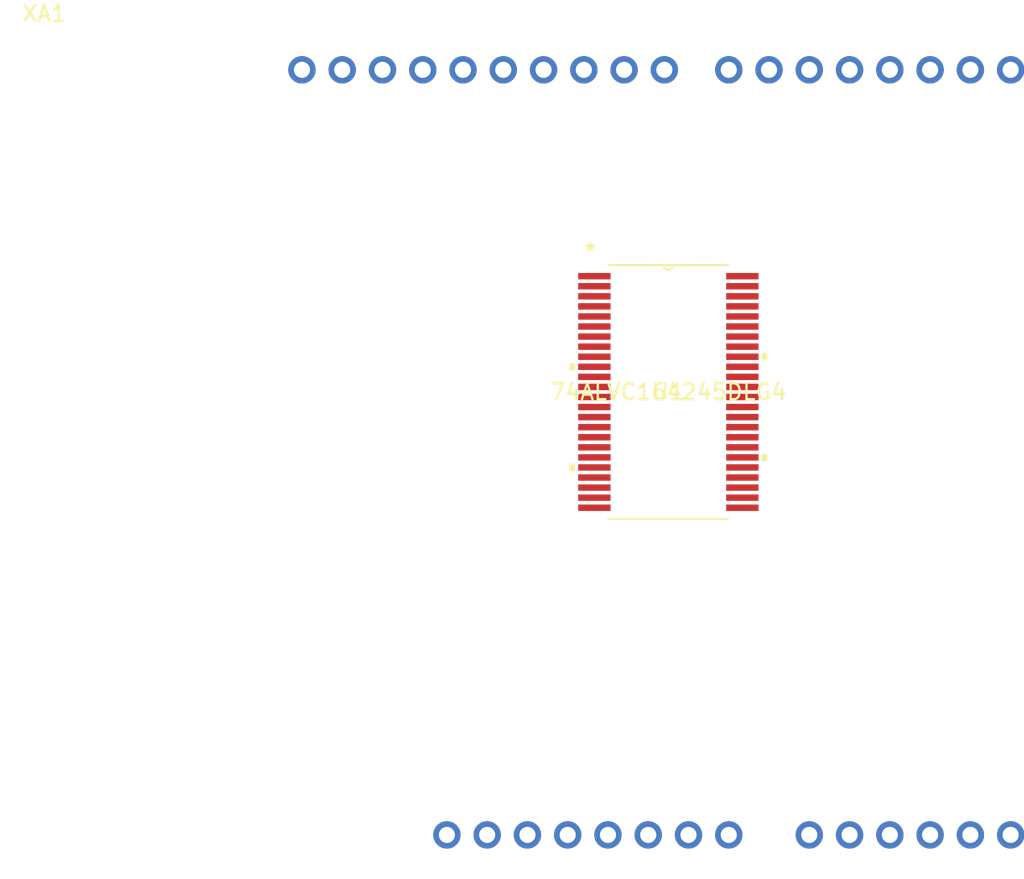
<source format=kicad_pcb>
(kicad_pcb (version 20171130) (host pcbnew 5.1.10)

  (general
    (thickness 1.6)
    (drawings 0)
    (tracks 0)
    (zones 0)
    (modules 2)
    (nets 65)
  )

  (page A4)
  (layers
    (0 F.Cu signal)
    (31 B.Cu signal)
    (32 B.Adhes user)
    (33 F.Adhes user)
    (34 B.Paste user)
    (35 F.Paste user)
    (36 B.SilkS user)
    (37 F.SilkS user)
    (38 B.Mask user)
    (39 F.Mask user)
    (40 Dwgs.User user)
    (41 Cmts.User user)
    (42 Eco1.User user)
    (43 Eco2.User user)
    (44 Edge.Cuts user)
    (45 Margin user)
    (46 B.CrtYd user)
    (47 F.CrtYd user)
    (48 B.Fab user)
    (49 F.Fab user)
  )

  (setup
    (last_trace_width 0.25)
    (trace_clearance 0.2)
    (zone_clearance 0.508)
    (zone_45_only no)
    (trace_min 0.2)
    (via_size 0.8)
    (via_drill 0.4)
    (via_min_size 0.4)
    (via_min_drill 0.3)
    (uvia_size 0.3)
    (uvia_drill 0.1)
    (uvias_allowed no)
    (uvia_min_size 0.2)
    (uvia_min_drill 0.1)
    (edge_width 0.05)
    (segment_width 0.2)
    (pcb_text_width 0.3)
    (pcb_text_size 1.5 1.5)
    (mod_edge_width 0.12)
    (mod_text_size 1 1)
    (mod_text_width 0.15)
    (pad_size 1.524 1.524)
    (pad_drill 0.762)
    (pad_to_mask_clearance 0)
    (aux_axis_origin 0 0)
    (visible_elements FFFFFF7F)
    (pcbplotparams
      (layerselection 0x010fc_ffffffff)
      (usegerberextensions false)
      (usegerberattributes true)
      (usegerberadvancedattributes true)
      (creategerberjobfile true)
      (excludeedgelayer true)
      (linewidth 0.100000)
      (plotframeref false)
      (viasonmask false)
      (mode 1)
      (useauxorigin false)
      (hpglpennumber 1)
      (hpglpenspeed 20)
      (hpglpendiameter 15.000000)
      (psnegative false)
      (psa4output false)
      (plotreference true)
      (plotvalue true)
      (plotinvisibletext false)
      (padsonsilk false)
      (subtractmaskfromsilk false)
      (outputformat 1)
      (mirror false)
      (drillshape 1)
      (scaleselection 1)
      (outputdirectory ""))
  )

  (net 0 "")
  (net 1 "Net-(U1-Pad1)")
  (net 2 "Net-(U1-Pad2)")
  (net 3 "Net-(U1-Pad3)")
  (net 4 "Net-(U1-Pad4)")
  (net 5 "Net-(U1-Pad5)")
  (net 6 "Net-(U1-Pad6)")
  (net 7 "Net-(U1-Pad7)")
  (net 8 "Net-(U1-Pad8)")
  (net 9 "Net-(U1-Pad9)")
  (net 10 "Net-(U1-Pad11)")
  (net 11 "Net-(U1-Pad12)")
  (net 12 "Net-(U1-Pad13)")
  (net 13 "Net-(U1-Pad14)")
  (net 14 "Net-(U1-Pad16)")
  (net 15 "Net-(U1-Pad17)")
  (net 16 "Net-(U1-Pad18)")
  (net 17 "Net-(U1-Pad19)")
  (net 18 "Net-(U1-Pad20)")
  (net 19 "Net-(U1-Pad22)")
  (net 20 "Net-(U1-Pad23)")
  (net 21 "Net-(U1-Pad24)")
  (net 22 "Net-(U1-Pad48)")
  (net 23 "Net-(XA1-PadVIN)")
  (net 24 "Net-(XA1-Pad5V1)")
  (net 25 "Net-(XA1-Pad3V3)")
  (net 26 "Net-(XA1-PadRST1)")
  (net 27 "Net-(XA1-PadIORF)")
  (net 28 "Net-(XA1-PadD0)")
  (net 29 "Net-(XA1-PadD1)")
  (net 30 "Net-(XA1-PadD2)")
  (net 31 "Net-(XA1-PadD3)")
  (net 32 "Net-(XA1-PadD4)")
  (net 33 "Net-(XA1-PadD5)")
  (net 34 "Net-(XA1-PadD6)")
  (net 35 "Net-(XA1-PadD7)")
  (net 36 "Net-(XA1-PadD8)")
  (net 37 "Net-(XA1-PadD9)")
  (net 38 "Net-(XA1-PadD10)")
  (net 39 "Net-(XA1-PadSCL)")
  (net 40 "Net-(XA1-PadSDA)")
  (net 41 "Net-(XA1-PadAREF)")
  (net 42 "Net-(XA1-PadD13)")
  (net 43 "Net-(XA1-PadD12)")
  (net 44 "Net-(XA1-PadD11)")
  (net 45 /A5)
  (net 46 /A4)
  (net 47 /A0)
  (net 48 /A1)
  (net 49 /A2)
  (net 50 /A3)
  (net 51 GND)
  (net 52 /D12)
  (net 53 /D11)
  (net 54 /D10)
  (net 55 /D9)
  (net 56 /D8)
  (net 57 /VCC_33)
  (net 58 /D7)
  (net 59 /D6)
  (net 60 /D5)
  (net 61 /D4)
  (net 62 /D3)
  (net 63 /D2)
  (net 64 /A6)

  (net_class Default "This is the default net class."
    (clearance 0.2)
    (trace_width 0.25)
    (via_dia 0.8)
    (via_drill 0.4)
    (uvia_dia 0.3)
    (uvia_drill 0.1)
    (add_net /A0)
    (add_net /A1)
    (add_net /A2)
    (add_net /A3)
    (add_net /A4)
    (add_net /A5)
    (add_net /A6)
    (add_net /D10)
    (add_net /D11)
    (add_net /D12)
    (add_net /D2)
    (add_net /D3)
    (add_net /D4)
    (add_net /D5)
    (add_net /D6)
    (add_net /D7)
    (add_net /D8)
    (add_net /D9)
    (add_net /VCC_33)
    (add_net GND)
    (add_net "Net-(U1-Pad1)")
    (add_net "Net-(U1-Pad11)")
    (add_net "Net-(U1-Pad12)")
    (add_net "Net-(U1-Pad13)")
    (add_net "Net-(U1-Pad14)")
    (add_net "Net-(U1-Pad16)")
    (add_net "Net-(U1-Pad17)")
    (add_net "Net-(U1-Pad18)")
    (add_net "Net-(U1-Pad19)")
    (add_net "Net-(U1-Pad2)")
    (add_net "Net-(U1-Pad20)")
    (add_net "Net-(U1-Pad22)")
    (add_net "Net-(U1-Pad23)")
    (add_net "Net-(U1-Pad24)")
    (add_net "Net-(U1-Pad3)")
    (add_net "Net-(U1-Pad4)")
    (add_net "Net-(U1-Pad48)")
    (add_net "Net-(U1-Pad5)")
    (add_net "Net-(U1-Pad6)")
    (add_net "Net-(U1-Pad7)")
    (add_net "Net-(U1-Pad8)")
    (add_net "Net-(U1-Pad9)")
    (add_net "Net-(XA1-Pad3V3)")
    (add_net "Net-(XA1-Pad5V1)")
    (add_net "Net-(XA1-PadAREF)")
    (add_net "Net-(XA1-PadD0)")
    (add_net "Net-(XA1-PadD1)")
    (add_net "Net-(XA1-PadD10)")
    (add_net "Net-(XA1-PadD11)")
    (add_net "Net-(XA1-PadD12)")
    (add_net "Net-(XA1-PadD13)")
    (add_net "Net-(XA1-PadD2)")
    (add_net "Net-(XA1-PadD3)")
    (add_net "Net-(XA1-PadD4)")
    (add_net "Net-(XA1-PadD5)")
    (add_net "Net-(XA1-PadD6)")
    (add_net "Net-(XA1-PadD7)")
    (add_net "Net-(XA1-PadD8)")
    (add_net "Net-(XA1-PadD9)")
    (add_net "Net-(XA1-PadIORF)")
    (add_net "Net-(XA1-PadRST1)")
    (add_net "Net-(XA1-PadSCL)")
    (add_net "Net-(XA1-PadSDA)")
    (add_net "Net-(XA1-PadVIN)")
  )

  (module footprints:74ALVC164245DLG4 (layer F.Cu) (tedit 0) (tstamp 61281704)
    (at 125.73 -152.4)
    (path /61275A01)
    (fp_text reference U1 (at 0 0) (layer F.SilkS)
      (effects (font (size 1 1) (thickness 0.15)))
    )
    (fp_text value 74ALVC164245DLG4 (at 0 0) (layer F.SilkS)
      (effects (font (size 1 1) (thickness 0.15)))
    )
    (fp_line (start -3.7973 -7.1247) (end -3.7973 -7.4803) (layer F.Fab) (width 0.1))
    (fp_line (start -3.7973 -7.4803) (end -5.334 -7.4803) (layer F.Fab) (width 0.1))
    (fp_line (start -5.334 -7.4803) (end -5.334 -7.1247) (layer F.Fab) (width 0.1))
    (fp_line (start -5.334 -7.1247) (end -3.7973 -7.1247) (layer F.Fab) (width 0.1))
    (fp_line (start -3.7973 -6.4897) (end -3.7973 -6.8453) (layer F.Fab) (width 0.1))
    (fp_line (start -3.7973 -6.8453) (end -5.334 -6.8453) (layer F.Fab) (width 0.1))
    (fp_line (start -5.334 -6.8453) (end -5.334 -6.4897) (layer F.Fab) (width 0.1))
    (fp_line (start -5.334 -6.4897) (end -3.7973 -6.4897) (layer F.Fab) (width 0.1))
    (fp_line (start -3.7973 -5.8547) (end -3.7973 -6.2103) (layer F.Fab) (width 0.1))
    (fp_line (start -3.7973 -6.2103) (end -5.334 -6.2103) (layer F.Fab) (width 0.1))
    (fp_line (start -5.334 -6.2103) (end -5.334 -5.8547) (layer F.Fab) (width 0.1))
    (fp_line (start -5.334 -5.8547) (end -3.7973 -5.8547) (layer F.Fab) (width 0.1))
    (fp_line (start -3.7973 -5.2197) (end -3.7973 -5.5753) (layer F.Fab) (width 0.1))
    (fp_line (start -3.7973 -5.5753) (end -5.334 -5.5753) (layer F.Fab) (width 0.1))
    (fp_line (start -5.334 -5.5753) (end -5.334 -5.2197) (layer F.Fab) (width 0.1))
    (fp_line (start -5.334 -5.2197) (end -3.7973 -5.2197) (layer F.Fab) (width 0.1))
    (fp_line (start -3.7973 -4.5847) (end -3.7973 -4.9403) (layer F.Fab) (width 0.1))
    (fp_line (start -3.7973 -4.9403) (end -5.334 -4.9403) (layer F.Fab) (width 0.1))
    (fp_line (start -5.334 -4.9403) (end -5.334 -4.5847) (layer F.Fab) (width 0.1))
    (fp_line (start -5.334 -4.5847) (end -3.7973 -4.5847) (layer F.Fab) (width 0.1))
    (fp_line (start -3.7973 -3.9497) (end -3.7973 -4.3053) (layer F.Fab) (width 0.1))
    (fp_line (start -3.7973 -4.3053) (end -5.334 -4.3053) (layer F.Fab) (width 0.1))
    (fp_line (start -5.334 -4.3053) (end -5.334 -3.9497) (layer F.Fab) (width 0.1))
    (fp_line (start -5.334 -3.9497) (end -3.7973 -3.9497) (layer F.Fab) (width 0.1))
    (fp_line (start -3.7973 -3.3147) (end -3.7973 -3.6703) (layer F.Fab) (width 0.1))
    (fp_line (start -3.7973 -3.6703) (end -5.334 -3.6703) (layer F.Fab) (width 0.1))
    (fp_line (start -5.334 -3.6703) (end -5.334 -3.3147) (layer F.Fab) (width 0.1))
    (fp_line (start -5.334 -3.3147) (end -3.7973 -3.3147) (layer F.Fab) (width 0.1))
    (fp_line (start -3.7973 -2.6797) (end -3.7973 -3.0353) (layer F.Fab) (width 0.1))
    (fp_line (start -3.7973 -3.0353) (end -5.334 -3.0353) (layer F.Fab) (width 0.1))
    (fp_line (start -5.334 -3.0353) (end -5.334 -2.6797) (layer F.Fab) (width 0.1))
    (fp_line (start -5.334 -2.6797) (end -3.7973 -2.6797) (layer F.Fab) (width 0.1))
    (fp_line (start -3.7973 -2.0447) (end -3.7973 -2.4003) (layer F.Fab) (width 0.1))
    (fp_line (start -3.7973 -2.4003) (end -5.334 -2.4003) (layer F.Fab) (width 0.1))
    (fp_line (start -5.334 -2.4003) (end -5.334 -2.0447) (layer F.Fab) (width 0.1))
    (fp_line (start -5.334 -2.0447) (end -3.7973 -2.0447) (layer F.Fab) (width 0.1))
    (fp_line (start -3.7973 -1.4097) (end -3.7973 -1.7653) (layer F.Fab) (width 0.1))
    (fp_line (start -3.7973 -1.7653) (end -5.334 -1.7653) (layer F.Fab) (width 0.1))
    (fp_line (start -5.334 -1.7653) (end -5.334 -1.4097) (layer F.Fab) (width 0.1))
    (fp_line (start -5.334 -1.4097) (end -3.7973 -1.4097) (layer F.Fab) (width 0.1))
    (fp_line (start -3.7973 -0.7747) (end -3.7973 -1.1303) (layer F.Fab) (width 0.1))
    (fp_line (start -3.7973 -1.1303) (end -5.334 -1.1303) (layer F.Fab) (width 0.1))
    (fp_line (start -5.334 -1.1303) (end -5.334 -0.7747) (layer F.Fab) (width 0.1))
    (fp_line (start -5.334 -0.7747) (end -3.7973 -0.7747) (layer F.Fab) (width 0.1))
    (fp_line (start -3.7973 -0.1397) (end -3.7973 -0.4953) (layer F.Fab) (width 0.1))
    (fp_line (start -3.7973 -0.4953) (end -5.334 -0.4953) (layer F.Fab) (width 0.1))
    (fp_line (start -5.334 -0.4953) (end -5.334 -0.1397) (layer F.Fab) (width 0.1))
    (fp_line (start -5.334 -0.1397) (end -3.7973 -0.1397) (layer F.Fab) (width 0.1))
    (fp_line (start -3.7973 0.4953) (end -3.7973 0.1397) (layer F.Fab) (width 0.1))
    (fp_line (start -3.7973 0.1397) (end -5.334 0.1397) (layer F.Fab) (width 0.1))
    (fp_line (start -5.334 0.1397) (end -5.334 0.4953) (layer F.Fab) (width 0.1))
    (fp_line (start -5.334 0.4953) (end -3.7973 0.4953) (layer F.Fab) (width 0.1))
    (fp_line (start -3.7973 1.1303) (end -3.7973 0.7747) (layer F.Fab) (width 0.1))
    (fp_line (start -3.7973 0.7747) (end -5.334 0.7747) (layer F.Fab) (width 0.1))
    (fp_line (start -5.334 0.7747) (end -5.334 1.1303) (layer F.Fab) (width 0.1))
    (fp_line (start -5.334 1.1303) (end -3.7973 1.1303) (layer F.Fab) (width 0.1))
    (fp_line (start -3.7973 1.7653) (end -3.7973 1.4097) (layer F.Fab) (width 0.1))
    (fp_line (start -3.7973 1.4097) (end -5.334 1.4097) (layer F.Fab) (width 0.1))
    (fp_line (start -5.334 1.4097) (end -5.334 1.7653) (layer F.Fab) (width 0.1))
    (fp_line (start -5.334 1.7653) (end -3.7973 1.7653) (layer F.Fab) (width 0.1))
    (fp_line (start -3.7973 2.4003) (end -3.7973 2.0447) (layer F.Fab) (width 0.1))
    (fp_line (start -3.7973 2.0447) (end -5.334 2.0447) (layer F.Fab) (width 0.1))
    (fp_line (start -5.334 2.0447) (end -5.334 2.4003) (layer F.Fab) (width 0.1))
    (fp_line (start -5.334 2.4003) (end -3.7973 2.4003) (layer F.Fab) (width 0.1))
    (fp_line (start -3.7973 3.0353) (end -3.7973 2.6797) (layer F.Fab) (width 0.1))
    (fp_line (start -3.7973 2.6797) (end -5.334 2.6797) (layer F.Fab) (width 0.1))
    (fp_line (start -5.334 2.6797) (end -5.334 3.0353) (layer F.Fab) (width 0.1))
    (fp_line (start -5.334 3.0353) (end -3.7973 3.0353) (layer F.Fab) (width 0.1))
    (fp_line (start -3.7973 3.6703) (end -3.7973 3.3147) (layer F.Fab) (width 0.1))
    (fp_line (start -3.7973 3.3147) (end -5.334 3.3147) (layer F.Fab) (width 0.1))
    (fp_line (start -5.334 3.3147) (end -5.334 3.6703) (layer F.Fab) (width 0.1))
    (fp_line (start -5.334 3.6703) (end -3.7973 3.6703) (layer F.Fab) (width 0.1))
    (fp_line (start -3.7973 4.3053) (end -3.7973 3.9497) (layer F.Fab) (width 0.1))
    (fp_line (start -3.7973 3.9497) (end -5.334 3.9497) (layer F.Fab) (width 0.1))
    (fp_line (start -5.334 3.9497) (end -5.334 4.3053) (layer F.Fab) (width 0.1))
    (fp_line (start -5.334 4.3053) (end -3.7973 4.3053) (layer F.Fab) (width 0.1))
    (fp_line (start -3.7973 4.9403) (end -3.7973 4.5847) (layer F.Fab) (width 0.1))
    (fp_line (start -3.7973 4.5847) (end -5.334 4.5847) (layer F.Fab) (width 0.1))
    (fp_line (start -5.334 4.5847) (end -5.334 4.9403) (layer F.Fab) (width 0.1))
    (fp_line (start -5.334 4.9403) (end -3.7973 4.9403) (layer F.Fab) (width 0.1))
    (fp_line (start -3.7973 5.5753) (end -3.7973 5.2197) (layer F.Fab) (width 0.1))
    (fp_line (start -3.7973 5.2197) (end -5.334 5.2197) (layer F.Fab) (width 0.1))
    (fp_line (start -5.334 5.2197) (end -5.334 5.5753) (layer F.Fab) (width 0.1))
    (fp_line (start -5.334 5.5753) (end -3.7973 5.5753) (layer F.Fab) (width 0.1))
    (fp_line (start -3.7973 6.2103) (end -3.7973 5.8547) (layer F.Fab) (width 0.1))
    (fp_line (start -3.7973 5.8547) (end -5.334 5.8547) (layer F.Fab) (width 0.1))
    (fp_line (start -5.334 5.8547) (end -5.334 6.2103) (layer F.Fab) (width 0.1))
    (fp_line (start -5.334 6.2103) (end -3.7973 6.2103) (layer F.Fab) (width 0.1))
    (fp_line (start -3.7973 6.8453) (end -3.7973 6.4897) (layer F.Fab) (width 0.1))
    (fp_line (start -3.7973 6.4897) (end -5.334 6.4897) (layer F.Fab) (width 0.1))
    (fp_line (start -5.334 6.4897) (end -5.334 6.8453) (layer F.Fab) (width 0.1))
    (fp_line (start -5.334 6.8453) (end -3.7973 6.8453) (layer F.Fab) (width 0.1))
    (fp_line (start -3.7973 7.4803) (end -3.7973 7.1247) (layer F.Fab) (width 0.1))
    (fp_line (start -3.7973 7.1247) (end -5.334 7.1247) (layer F.Fab) (width 0.1))
    (fp_line (start -5.334 7.1247) (end -5.334 7.4803) (layer F.Fab) (width 0.1))
    (fp_line (start -5.334 7.4803) (end -3.7973 7.4803) (layer F.Fab) (width 0.1))
    (fp_line (start 3.7973 7.1247) (end 3.7973 7.4803) (layer F.Fab) (width 0.1))
    (fp_line (start 3.7973 7.4803) (end 5.334 7.4803) (layer F.Fab) (width 0.1))
    (fp_line (start 5.334 7.4803) (end 5.334 7.1247) (layer F.Fab) (width 0.1))
    (fp_line (start 5.334 7.1247) (end 3.7973 7.1247) (layer F.Fab) (width 0.1))
    (fp_line (start 3.7973 6.4897) (end 3.7973 6.8453) (layer F.Fab) (width 0.1))
    (fp_line (start 3.7973 6.8453) (end 5.334 6.8453) (layer F.Fab) (width 0.1))
    (fp_line (start 5.334 6.8453) (end 5.334 6.4897) (layer F.Fab) (width 0.1))
    (fp_line (start 5.334 6.4897) (end 3.7973 6.4897) (layer F.Fab) (width 0.1))
    (fp_line (start 3.7973 5.8547) (end 3.7973 6.2103) (layer F.Fab) (width 0.1))
    (fp_line (start 3.7973 6.2103) (end 5.334 6.2103) (layer F.Fab) (width 0.1))
    (fp_line (start 5.334 6.2103) (end 5.334 5.8547) (layer F.Fab) (width 0.1))
    (fp_line (start 5.334 5.8547) (end 3.7973 5.8547) (layer F.Fab) (width 0.1))
    (fp_line (start 3.7973 5.2197) (end 3.7973 5.5753) (layer F.Fab) (width 0.1))
    (fp_line (start 3.7973 5.5753) (end 5.334 5.5753) (layer F.Fab) (width 0.1))
    (fp_line (start 5.334 5.5753) (end 5.334 5.2197) (layer F.Fab) (width 0.1))
    (fp_line (start 5.334 5.2197) (end 3.7973 5.2197) (layer F.Fab) (width 0.1))
    (fp_line (start 3.7973 4.5847) (end 3.7973 4.9403) (layer F.Fab) (width 0.1))
    (fp_line (start 3.7973 4.9403) (end 5.334 4.9403) (layer F.Fab) (width 0.1))
    (fp_line (start 5.334 4.9403) (end 5.334 4.5847) (layer F.Fab) (width 0.1))
    (fp_line (start 5.334 4.5847) (end 3.7973 4.5847) (layer F.Fab) (width 0.1))
    (fp_line (start 3.7973 3.9497) (end 3.7973 4.3053) (layer F.Fab) (width 0.1))
    (fp_line (start 3.7973 4.3053) (end 5.334 4.3053) (layer F.Fab) (width 0.1))
    (fp_line (start 5.334 4.3053) (end 5.334 3.9497) (layer F.Fab) (width 0.1))
    (fp_line (start 5.334 3.9497) (end 3.7973 3.9497) (layer F.Fab) (width 0.1))
    (fp_line (start 3.7973 3.3147) (end 3.7973 3.6703) (layer F.Fab) (width 0.1))
    (fp_line (start 3.7973 3.6703) (end 5.334 3.6703) (layer F.Fab) (width 0.1))
    (fp_line (start 5.334 3.6703) (end 5.334 3.3147) (layer F.Fab) (width 0.1))
    (fp_line (start 5.334 3.3147) (end 3.7973 3.3147) (layer F.Fab) (width 0.1))
    (fp_line (start 3.7973 2.6797) (end 3.7973 3.0353) (layer F.Fab) (width 0.1))
    (fp_line (start 3.7973 3.0353) (end 5.334 3.0353) (layer F.Fab) (width 0.1))
    (fp_line (start 5.334 3.0353) (end 5.334 2.6797) (layer F.Fab) (width 0.1))
    (fp_line (start 5.334 2.6797) (end 3.7973 2.6797) (layer F.Fab) (width 0.1))
    (fp_line (start 3.7973 2.0447) (end 3.7973 2.4003) (layer F.Fab) (width 0.1))
    (fp_line (start 3.7973 2.4003) (end 5.334 2.4003) (layer F.Fab) (width 0.1))
    (fp_line (start 5.334 2.4003) (end 5.334 2.0447) (layer F.Fab) (width 0.1))
    (fp_line (start 5.334 2.0447) (end 3.7973 2.0447) (layer F.Fab) (width 0.1))
    (fp_line (start 3.7973 1.4097) (end 3.7973 1.7653) (layer F.Fab) (width 0.1))
    (fp_line (start 3.7973 1.7653) (end 5.334 1.7653) (layer F.Fab) (width 0.1))
    (fp_line (start 5.334 1.7653) (end 5.334 1.4097) (layer F.Fab) (width 0.1))
    (fp_line (start 5.334 1.4097) (end 3.7973 1.4097) (layer F.Fab) (width 0.1))
    (fp_line (start 3.7973 0.7747) (end 3.7973 1.1303) (layer F.Fab) (width 0.1))
    (fp_line (start 3.7973 1.1303) (end 5.334 1.1303) (layer F.Fab) (width 0.1))
    (fp_line (start 5.334 1.1303) (end 5.334 0.7747) (layer F.Fab) (width 0.1))
    (fp_line (start 5.334 0.7747) (end 3.7973 0.7747) (layer F.Fab) (width 0.1))
    (fp_line (start 3.7973 0.1397) (end 3.7973 0.4953) (layer F.Fab) (width 0.1))
    (fp_line (start 3.7973 0.4953) (end 5.334 0.4953) (layer F.Fab) (width 0.1))
    (fp_line (start 5.334 0.4953) (end 5.334 0.1397) (layer F.Fab) (width 0.1))
    (fp_line (start 5.334 0.1397) (end 3.7973 0.1397) (layer F.Fab) (width 0.1))
    (fp_line (start 3.7973 -0.4953) (end 3.7973 -0.1397) (layer F.Fab) (width 0.1))
    (fp_line (start 3.7973 -0.1397) (end 5.334 -0.1397) (layer F.Fab) (width 0.1))
    (fp_line (start 5.334 -0.1397) (end 5.334 -0.4953) (layer F.Fab) (width 0.1))
    (fp_line (start 5.334 -0.4953) (end 3.7973 -0.4953) (layer F.Fab) (width 0.1))
    (fp_line (start 3.7973 -1.1303) (end 3.7973 -0.7747) (layer F.Fab) (width 0.1))
    (fp_line (start 3.7973 -0.7747) (end 5.334 -0.7747) (layer F.Fab) (width 0.1))
    (fp_line (start 5.334 -0.7747) (end 5.334 -1.1303) (layer F.Fab) (width 0.1))
    (fp_line (start 5.334 -1.1303) (end 3.7973 -1.1303) (layer F.Fab) (width 0.1))
    (fp_line (start 3.7973 -1.7653) (end 3.7973 -1.4097) (layer F.Fab) (width 0.1))
    (fp_line (start 3.7973 -1.4097) (end 5.334 -1.4097) (layer F.Fab) (width 0.1))
    (fp_line (start 5.334 -1.4097) (end 5.334 -1.7653) (layer F.Fab) (width 0.1))
    (fp_line (start 5.334 -1.7653) (end 3.7973 -1.7653) (layer F.Fab) (width 0.1))
    (fp_line (start 3.7973 -2.4003) (end 3.7973 -2.0447) (layer F.Fab) (width 0.1))
    (fp_line (start 3.7973 -2.0447) (end 5.334 -2.0447) (layer F.Fab) (width 0.1))
    (fp_line (start 5.334 -2.0447) (end 5.334 -2.4003) (layer F.Fab) (width 0.1))
    (fp_line (start 5.334 -2.4003) (end 3.7973 -2.4003) (layer F.Fab) (width 0.1))
    (fp_line (start 3.7973 -3.0353) (end 3.7973 -2.6797) (layer F.Fab) (width 0.1))
    (fp_line (start 3.7973 -2.6797) (end 5.334 -2.6797) (layer F.Fab) (width 0.1))
    (fp_line (start 5.334 -2.6797) (end 5.334 -3.0353) (layer F.Fab) (width 0.1))
    (fp_line (start 5.334 -3.0353) (end 3.7973 -3.0353) (layer F.Fab) (width 0.1))
    (fp_line (start 3.7973 -3.6703) (end 3.7973 -3.3147) (layer F.Fab) (width 0.1))
    (fp_line (start 3.7973 -3.3147) (end 5.334 -3.3147) (layer F.Fab) (width 0.1))
    (fp_line (start 5.334 -3.3147) (end 5.334 -3.6703) (layer F.Fab) (width 0.1))
    (fp_line (start 5.334 -3.6703) (end 3.7973 -3.6703) (layer F.Fab) (width 0.1))
    (fp_line (start 3.7973 -4.3053) (end 3.7973 -3.9497) (layer F.Fab) (width 0.1))
    (fp_line (start 3.7973 -3.9497) (end 5.334 -3.9497) (layer F.Fab) (width 0.1))
    (fp_line (start 5.334 -3.9497) (end 5.334 -4.3053) (layer F.Fab) (width 0.1))
    (fp_line (start 5.334 -4.3053) (end 3.7973 -4.3053) (layer F.Fab) (width 0.1))
    (fp_line (start 3.7973 -4.9403) (end 3.7973 -4.5847) (layer F.Fab) (width 0.1))
    (fp_line (start 3.7973 -4.5847) (end 5.334 -4.5847) (layer F.Fab) (width 0.1))
    (fp_line (start 5.334 -4.5847) (end 5.334 -4.9403) (layer F.Fab) (width 0.1))
    (fp_line (start 5.334 -4.9403) (end 3.7973 -4.9403) (layer F.Fab) (width 0.1))
    (fp_line (start 3.7973 -5.5753) (end 3.7973 -5.2197) (layer F.Fab) (width 0.1))
    (fp_line (start 3.7973 -5.2197) (end 5.334 -5.2197) (layer F.Fab) (width 0.1))
    (fp_line (start 5.334 -5.2197) (end 5.334 -5.5753) (layer F.Fab) (width 0.1))
    (fp_line (start 5.334 -5.5753) (end 3.7973 -5.5753) (layer F.Fab) (width 0.1))
    (fp_line (start 3.7973 -6.2103) (end 3.7973 -5.8547) (layer F.Fab) (width 0.1))
    (fp_line (start 3.7973 -5.8547) (end 5.334 -5.8547) (layer F.Fab) (width 0.1))
    (fp_line (start 5.334 -5.8547) (end 5.334 -6.2103) (layer F.Fab) (width 0.1))
    (fp_line (start 5.334 -6.2103) (end 3.7973 -6.2103) (layer F.Fab) (width 0.1))
    (fp_line (start 3.7973 -6.8453) (end 3.7973 -6.4897) (layer F.Fab) (width 0.1))
    (fp_line (start 3.7973 -6.4897) (end 5.334 -6.4897) (layer F.Fab) (width 0.1))
    (fp_line (start 5.334 -6.4897) (end 5.334 -6.8453) (layer F.Fab) (width 0.1))
    (fp_line (start 5.334 -6.8453) (end 3.7973 -6.8453) (layer F.Fab) (width 0.1))
    (fp_line (start 3.7973 -7.4803) (end 3.7973 -7.1247) (layer F.Fab) (width 0.1))
    (fp_line (start 3.7973 -7.1247) (end 5.334 -7.1247) (layer F.Fab) (width 0.1))
    (fp_line (start 5.334 -7.1247) (end 5.334 -7.4803) (layer F.Fab) (width 0.1))
    (fp_line (start 5.334 -7.4803) (end 3.7973 -7.4803) (layer F.Fab) (width 0.1))
    (fp_line (start -3.7973 8.001) (end 3.7973 8.001) (layer F.SilkS) (width 0.12))
    (fp_line (start 3.7973 -8.001) (end -3.7973 -8.001) (layer F.SilkS) (width 0.12))
    (fp_line (start -3.7973 8.001) (end 3.7973 8.001) (layer F.Fab) (width 0.1))
    (fp_line (start 3.7973 8.001) (end 3.7973 -8.001) (layer F.Fab) (width 0.1))
    (fp_line (start 3.7973 -8.001) (end -3.7973 -8.001) (layer F.Fab) (width 0.1))
    (fp_line (start -3.7973 -8.001) (end -3.7973 8.001) (layer F.Fab) (width 0.1))
    (fp_poly (pts (xy -6.1976 -1.778) (xy -6.1976 -1.397) (xy -5.9436 -1.397) (xy -5.9436 -1.778)) (layer F.SilkS) (width 0.1))
    (fp_poly (pts (xy -6.1976 4.572) (xy -6.1976 4.953) (xy -5.9436 4.953) (xy -5.9436 4.572)) (layer F.SilkS) (width 0.1))
    (fp_poly (pts (xy 6.1976 3.937) (xy 6.1976 4.318) (xy 5.9436 4.318) (xy 5.9436 3.937)) (layer F.SilkS) (width 0.1))
    (fp_poly (pts (xy 6.1976 -2.413) (xy 6.1976 -2.032) (xy 5.9436 -2.032) (xy 5.9436 -2.413)) (layer F.SilkS) (width 0.1))
    (fp_line (start -5.9436 8.255) (end -5.9436 -8.255) (layer F.CrtYd) (width 0.05))
    (fp_line (start -5.9436 -8.255) (end 5.9436 -8.255) (layer F.CrtYd) (width 0.05))
    (fp_line (start 5.9436 -8.255) (end 5.9436 8.255) (layer F.CrtYd) (width 0.05))
    (fp_line (start 5.9436 8.255) (end -5.9436 8.255) (layer F.CrtYd) (width 0.05))
    (fp_text user "Copyright 2021 Accelerated Designs. All rights reserved." (at 0 0) (layer Cmts.User)
      (effects (font (size 0.127 0.127) (thickness 0.002)))
    )
    (fp_text user * (at -4.92125 -8.8519) (layer F.SilkS)
      (effects (font (size 1 1) (thickness 0.15)))
    )
    (fp_text user * (at -4.92125 -8.8519) (layer F.Fab)
      (effects (font (size 1 1) (thickness 0.15)))
    )
    (fp_text user .025in/.635mm (at -7.71525 -6.985) (layer Dwgs.User)
      (effects (font (size 1 1) (thickness 0.15)))
    )
    (fp_text user .016in/.406mm (at 7.71525 -7.3025) (layer Dwgs.User)
      (effects (font (size 1 1) (thickness 0.15)))
    )
    (fp_text user .3675in/9.335mm (at 0 -10.414) (layer Dwgs.User)
      (effects (font (size 1 1) (thickness 0.15)))
    )
    (fp_text user .0805in/2.045mm (at -4.66725 10.414) (layer Dwgs.User)
      (effects (font (size 1 1) (thickness 0.15)))
    )
    (fp_text user * (at -4.92125 -8.8519) (layer F.Fab)
      (effects (font (size 1 1) (thickness 0.15)))
    )
    (fp_text user * (at -4.92125 -8.8519) (layer F.SilkS)
      (effects (font (size 1 1) (thickness 0.15)))
    )
    (fp_arc (start 0 -8.001) (end -0.632883 -8.001) (angle -180) (layer F.CrtYd) (width 0.05))
    (fp_arc (start 0 -8.001) (end -0.3048 -8.001) (angle -180) (layer F.SilkS) (width 0.12))
    (fp_arc (start 0 -8.001) (end -0.3048 -8.001) (angle -180) (layer F.Fab) (width 0.1))
    (pad 1 smd rect (at -4.66725 -7.3025) (size 2.0447 0.4064) (layers F.Cu F.Paste F.Mask)
      (net 1 "Net-(U1-Pad1)"))
    (pad 2 smd rect (at -4.66725 -6.6675) (size 2.0447 0.4064) (layers F.Cu F.Paste F.Mask)
      (net 2 "Net-(U1-Pad2)"))
    (pad 3 smd rect (at -4.66725 -6.0325) (size 2.0447 0.4064) (layers F.Cu F.Paste F.Mask)
      (net 3 "Net-(U1-Pad3)"))
    (pad 4 smd rect (at -4.66725 -5.3975) (size 2.0447 0.4064) (layers F.Cu F.Paste F.Mask)
      (net 4 "Net-(U1-Pad4)"))
    (pad 5 smd rect (at -4.66725 -4.7625) (size 2.0447 0.4064) (layers F.Cu F.Paste F.Mask)
      (net 5 "Net-(U1-Pad5)"))
    (pad 6 smd rect (at -4.66725 -4.1275) (size 2.0447 0.4064) (layers F.Cu F.Paste F.Mask)
      (net 6 "Net-(U1-Pad6)"))
    (pad 7 smd rect (at -4.66725 -3.4925) (size 2.0447 0.4064) (layers F.Cu F.Paste F.Mask)
      (net 7 "Net-(U1-Pad7)"))
    (pad 8 smd rect (at -4.66725 -2.8575) (size 2.0447 0.4064) (layers F.Cu F.Paste F.Mask)
      (net 8 "Net-(U1-Pad8)"))
    (pad 9 smd rect (at -4.66725 -2.2225) (size 2.0447 0.4064) (layers F.Cu F.Paste F.Mask)
      (net 9 "Net-(U1-Pad9)"))
    (pad 10 smd rect (at -4.66725 -1.5875) (size 2.0447 0.4064) (layers F.Cu F.Paste F.Mask)
      (net 51 GND))
    (pad 11 smd rect (at -4.66725 -0.9525) (size 2.0447 0.4064) (layers F.Cu F.Paste F.Mask)
      (net 10 "Net-(U1-Pad11)"))
    (pad 12 smd rect (at -4.66725 -0.3175) (size 2.0447 0.4064) (layers F.Cu F.Paste F.Mask)
      (net 11 "Net-(U1-Pad12)"))
    (pad 13 smd rect (at -4.66725 0.3175) (size 2.0447 0.4064) (layers F.Cu F.Paste F.Mask)
      (net 12 "Net-(U1-Pad13)"))
    (pad 14 smd rect (at -4.66725 0.9525) (size 2.0447 0.4064) (layers F.Cu F.Paste F.Mask)
      (net 13 "Net-(U1-Pad14)"))
    (pad 15 smd rect (at -4.66725 1.5875) (size 2.0447 0.4064) (layers F.Cu F.Paste F.Mask)
      (net 51 GND))
    (pad 16 smd rect (at -4.66725 2.2225) (size 2.0447 0.4064) (layers F.Cu F.Paste F.Mask)
      (net 14 "Net-(U1-Pad16)"))
    (pad 17 smd rect (at -4.66725 2.8575) (size 2.0447 0.4064) (layers F.Cu F.Paste F.Mask)
      (net 15 "Net-(U1-Pad17)"))
    (pad 18 smd rect (at -4.66725 3.4925) (size 2.0447 0.4064) (layers F.Cu F.Paste F.Mask)
      (net 16 "Net-(U1-Pad18)"))
    (pad 19 smd rect (at -4.66725 4.1275) (size 2.0447 0.4064) (layers F.Cu F.Paste F.Mask)
      (net 17 "Net-(U1-Pad19)"))
    (pad 20 smd rect (at -4.66725 4.7625) (size 2.0447 0.4064) (layers F.Cu F.Paste F.Mask)
      (net 18 "Net-(U1-Pad20)"))
    (pad 21 smd rect (at -4.66725 5.3975) (size 2.0447 0.4064) (layers F.Cu F.Paste F.Mask)
      (net 51 GND))
    (pad 22 smd rect (at -4.66725 6.0325) (size 2.0447 0.4064) (layers F.Cu F.Paste F.Mask)
      (net 19 "Net-(U1-Pad22)"))
    (pad 23 smd rect (at -4.66725 6.6675) (size 2.0447 0.4064) (layers F.Cu F.Paste F.Mask)
      (net 20 "Net-(U1-Pad23)"))
    (pad 24 smd rect (at -4.66725 7.3025) (size 2.0447 0.4064) (layers F.Cu F.Paste F.Mask)
      (net 21 "Net-(U1-Pad24)"))
    (pad 25 smd rect (at 4.66725 7.3025) (size 2.0447 0.4064) (layers F.Cu F.Paste F.Mask)
      (net 52 /D12))
    (pad 26 smd rect (at 4.66725 6.6675) (size 2.0447 0.4064) (layers F.Cu F.Paste F.Mask)
      (net 53 /D11))
    (pad 27 smd rect (at 4.66725 6.0325) (size 2.0447 0.4064) (layers F.Cu F.Paste F.Mask)
      (net 54 /D10))
    (pad 28 smd rect (at 4.66725 5.3975) (size 2.0447 0.4064) (layers F.Cu F.Paste F.Mask)
      (net 51 GND))
    (pad 29 smd rect (at 4.66725 4.7625) (size 2.0447 0.4064) (layers F.Cu F.Paste F.Mask)
      (net 55 /D9))
    (pad 30 smd rect (at 4.66725 4.1275) (size 2.0447 0.4064) (layers F.Cu F.Paste F.Mask)
      (net 56 /D8))
    (pad 31 smd rect (at 4.66725 3.4925) (size 2.0447 0.4064) (layers F.Cu F.Paste F.Mask)
      (net 57 /VCC_33))
    (pad 32 smd rect (at 4.66725 2.8575) (size 2.0447 0.4064) (layers F.Cu F.Paste F.Mask)
      (net 58 /D7))
    (pad 33 smd rect (at 4.66725 2.2225) (size 2.0447 0.4064) (layers F.Cu F.Paste F.Mask)
      (net 59 /D6))
    (pad 34 smd rect (at 4.66725 1.5875) (size 2.0447 0.4064) (layers F.Cu F.Paste F.Mask)
      (net 51 GND))
    (pad 35 smd rect (at 4.66725 0.9525) (size 2.0447 0.4064) (layers F.Cu F.Paste F.Mask)
      (net 60 /D5))
    (pad 36 smd rect (at 4.66725 0.3175) (size 2.0447 0.4064) (layers F.Cu F.Paste F.Mask)
      (net 61 /D4))
    (pad 37 smd rect (at 4.66725 -0.3175) (size 2.0447 0.4064) (layers F.Cu F.Paste F.Mask)
      (net 62 /D3))
    (pad 38 smd rect (at 4.66725 -0.9525) (size 2.0447 0.4064) (layers F.Cu F.Paste F.Mask)
      (net 63 /D2))
    (pad 39 smd rect (at 4.66725 -1.5875) (size 2.0447 0.4064) (layers F.Cu F.Paste F.Mask)
      (net 51 GND))
    (pad 40 smd rect (at 4.66725 -2.2225) (size 2.0447 0.4064) (layers F.Cu F.Paste F.Mask)
      (net 64 /A6))
    (pad 41 smd rect (at 4.66725 -2.8575) (size 2.0447 0.4064) (layers F.Cu F.Paste F.Mask)
      (net 45 /A5))
    (pad 42 smd rect (at 4.66725 -3.4925) (size 2.0447 0.4064) (layers F.Cu F.Paste F.Mask)
      (net 51 GND))
    (pad 43 smd rect (at 4.66725 -4.1275) (size 2.0447 0.4064) (layers F.Cu F.Paste F.Mask)
      (net 46 /A4))
    (pad 44 smd rect (at 4.66725 -4.7625) (size 2.0447 0.4064) (layers F.Cu F.Paste F.Mask)
      (net 50 /A3))
    (pad 45 smd rect (at 4.66725 -5.3975) (size 2.0447 0.4064) (layers F.Cu F.Paste F.Mask)
      (net 51 GND))
    (pad 46 smd rect (at 4.66725 -6.0325) (size 2.0447 0.4064) (layers F.Cu F.Paste F.Mask)
      (net 49 /A2))
    (pad 47 smd rect (at 4.66725 -6.6675) (size 2.0447 0.4064) (layers F.Cu F.Paste F.Mask)
      (net 48 /A1))
    (pad 48 smd rect (at 4.66725 -7.3025) (size 2.0447 0.4064) (layers F.Cu F.Paste F.Mask)
      (net 22 "Net-(U1-Pad48)"))
  )

  (module Arduino:Arduino_Uno_Connector (layer F.Cu) (tedit 6127672A) (tstamp 61281CAF)
    (at 83.82 -121.92)
    (descr https://store.arduino.cc/arduino-uno-rev3)
    (path /61298011)
    (fp_text reference XA1 (at 2.54 -54.356) (layer F.SilkS)
      (effects (font (size 1 1) (thickness 0.15)))
    )
    (fp_text value Arduino_Uno_Shield_no_ICSP (at 15.494 -54.356) (layer F.Fab)
      (effects (font (size 1 1) (thickness 0.15)))
    )
    (pad A0 thru_hole oval (at 50.8 -2.54) (size 1.7272 1.7272) (drill 1.016) (layers *.Cu *.Mask)
      (net 47 /A0))
    (pad VIN thru_hole oval (at 45.72 -2.54) (size 1.7272 1.7272) (drill 1.016) (layers *.Cu *.Mask)
      (net 23 "Net-(XA1-PadVIN)"))
    (pad GND3 thru_hole oval (at 43.18 -2.54) (size 1.7272 1.7272) (drill 1.016) (layers *.Cu *.Mask)
      (net 51 GND))
    (pad GND2 thru_hole oval (at 40.64 -2.54) (size 1.7272 1.7272) (drill 1.016) (layers *.Cu *.Mask)
      (net 51 GND))
    (pad 5V1 thru_hole oval (at 38.1 -2.54) (size 1.7272 1.7272) (drill 1.016) (layers *.Cu *.Mask)
      (net 24 "Net-(XA1-Pad5V1)"))
    (pad 3V3 thru_hole oval (at 35.56 -2.54) (size 1.7272 1.7272) (drill 1.016) (layers *.Cu *.Mask)
      (net 25 "Net-(XA1-Pad3V3)"))
    (pad RST1 thru_hole oval (at 33.02 -2.54) (size 1.7272 1.7272) (drill 1.016) (layers *.Cu *.Mask)
      (net 26 "Net-(XA1-PadRST1)"))
    (pad IORF thru_hole oval (at 30.48 -2.54) (size 1.7272 1.7272) (drill 1.016) (layers *.Cu *.Mask)
      (net 27 "Net-(XA1-PadIORF)"))
    (pad D0 thru_hole oval (at 63.5 -50.8) (size 1.7272 1.7272) (drill 1.016) (layers *.Cu *.Mask)
      (net 28 "Net-(XA1-PadD0)"))
    (pad D1 thru_hole oval (at 60.96 -50.8) (size 1.7272 1.7272) (drill 1.016) (layers *.Cu *.Mask)
      (net 29 "Net-(XA1-PadD1)"))
    (pad D2 thru_hole oval (at 58.42 -50.8) (size 1.7272 1.7272) (drill 1.016) (layers *.Cu *.Mask)
      (net 30 "Net-(XA1-PadD2)"))
    (pad D3 thru_hole oval (at 55.88 -50.8) (size 1.7272 1.7272) (drill 1.016) (layers *.Cu *.Mask)
      (net 31 "Net-(XA1-PadD3)"))
    (pad D4 thru_hole oval (at 53.34 -50.8) (size 1.7272 1.7272) (drill 1.016) (layers *.Cu *.Mask)
      (net 32 "Net-(XA1-PadD4)"))
    (pad D5 thru_hole oval (at 50.8 -50.8) (size 1.7272 1.7272) (drill 1.016) (layers *.Cu *.Mask)
      (net 33 "Net-(XA1-PadD5)"))
    (pad D6 thru_hole oval (at 48.26 -50.8) (size 1.7272 1.7272) (drill 1.016) (layers *.Cu *.Mask)
      (net 34 "Net-(XA1-PadD6)"))
    (pad D7 thru_hole oval (at 45.72 -50.8) (size 1.7272 1.7272) (drill 1.016) (layers *.Cu *.Mask)
      (net 35 "Net-(XA1-PadD7)"))
    (pad GND1 thru_hole oval (at 26.416 -50.8) (size 1.7272 1.7272) (drill 1.016) (layers *.Cu *.Mask)
      (net 51 GND))
    (pad D8 thru_hole oval (at 41.656 -50.8) (size 1.7272 1.7272) (drill 1.016) (layers *.Cu *.Mask)
      (net 36 "Net-(XA1-PadD8)"))
    (pad D9 thru_hole oval (at 39.116 -50.8) (size 1.7272 1.7272) (drill 1.016) (layers *.Cu *.Mask)
      (net 37 "Net-(XA1-PadD9)"))
    (pad D10 thru_hole oval (at 36.576 -50.8) (size 1.7272 1.7272) (drill 1.016) (layers *.Cu *.Mask)
      (net 38 "Net-(XA1-PadD10)"))
    (pad SCL thru_hole oval (at 18.796 -50.8) (size 1.7272 1.7272) (drill 1.016) (layers *.Cu *.Mask)
      (net 39 "Net-(XA1-PadSCL)"))
    (pad SDA thru_hole oval (at 21.336 -50.8) (size 1.7272 1.7272) (drill 1.016) (layers *.Cu *.Mask)
      (net 40 "Net-(XA1-PadSDA)"))
    (pad AREF thru_hole oval (at 23.876 -50.8) (size 1.7272 1.7272) (drill 1.016) (layers *.Cu *.Mask)
      (net 41 "Net-(XA1-PadAREF)"))
    (pad D13 thru_hole oval (at 28.956 -50.8) (size 1.7272 1.7272) (drill 1.016) (layers *.Cu *.Mask)
      (net 42 "Net-(XA1-PadD13)"))
    (pad D12 thru_hole oval (at 31.496 -50.8) (size 1.7272 1.7272) (drill 1.016) (layers *.Cu *.Mask)
      (net 43 "Net-(XA1-PadD12)"))
    (pad D11 thru_hole oval (at 34.036 -50.8) (size 1.7272 1.7272) (drill 1.016) (layers *.Cu *.Mask)
      (net 44 "Net-(XA1-PadD11)"))
    (pad "" thru_hole oval (at 27.94 -2.54) (size 1.7272 1.7272) (drill 1.016) (layers *.Cu *.Mask))
    (pad A1 thru_hole oval (at 53.34 -2.54) (size 1.7272 1.7272) (drill 1.016) (layers *.Cu *.Mask)
      (net 48 /A1))
    (pad A2 thru_hole oval (at 55.88 -2.54) (size 1.7272 1.7272) (drill 1.016) (layers *.Cu *.Mask)
      (net 49 /A2))
    (pad A3 thru_hole oval (at 58.42 -2.54) (size 1.7272 1.7272) (drill 1.016) (layers *.Cu *.Mask)
      (net 50 /A3))
    (pad A4 thru_hole oval (at 60.96 -2.54) (size 1.7272 1.7272) (drill 1.016) (layers *.Cu *.Mask)
      (net 46 /A4))
    (pad A5 thru_hole oval (at 63.5 -2.54) (size 1.7272 1.7272) (drill 1.016) (layers *.Cu *.Mask)
      (net 45 /A5))
  )

)

</source>
